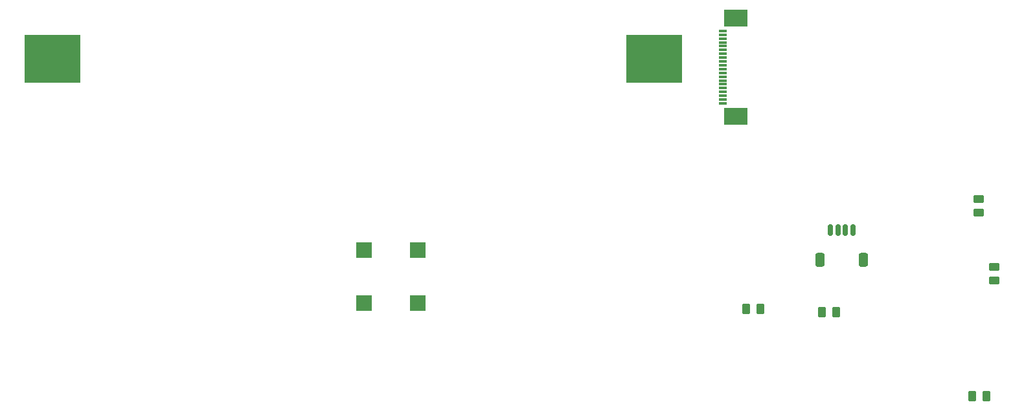
<source format=gtp>
G04 #@! TF.GenerationSoftware,KiCad,Pcbnew,(7.99.0-200-gad838e3d73)*
G04 #@! TF.CreationDate,2024-03-15T16:28:31+07:00*
G04 #@! TF.ProjectId,WMS,574d532e-6b69-4636-9164-5f7063625858,rev?*
G04 #@! TF.SameCoordinates,Original*
G04 #@! TF.FileFunction,Paste,Top*
G04 #@! TF.FilePolarity,Positive*
%FSLAX46Y46*%
G04 Gerber Fmt 4.6, Leading zero omitted, Abs format (unit mm)*
G04 Created by KiCad (PCBNEW (7.99.0-200-gad838e3d73)) date 2024-03-15 16:28:31*
%MOMM*%
%LPD*%
G01*
G04 APERTURE LIST*
G04 Aperture macros list*
%AMRoundRect*
0 Rectangle with rounded corners*
0 $1 Rounding radius*
0 $2 $3 $4 $5 $6 $7 $8 $9 X,Y pos of 4 corners*
0 Add a 4 corners polygon primitive as box body*
4,1,4,$2,$3,$4,$5,$6,$7,$8,$9,$2,$3,0*
0 Add four circle primitives for the rounded corners*
1,1,$1+$1,$2,$3*
1,1,$1+$1,$4,$5*
1,1,$1+$1,$6,$7*
1,1,$1+$1,$8,$9*
0 Add four rect primitives between the rounded corners*
20,1,$1+$1,$2,$3,$4,$5,0*
20,1,$1+$1,$4,$5,$6,$7,0*
20,1,$1+$1,$6,$7,$8,$9,0*
20,1,$1+$1,$8,$9,$2,$3,0*%
G04 Aperture macros list end*
%ADD10RoundRect,0.250000X-0.262500X-0.450000X0.262500X-0.450000X0.262500X0.450000X-0.262500X0.450000X0*%
%ADD11R,2.000000X2.000000*%
%ADD12RoundRect,0.250000X0.262500X0.450000X-0.262500X0.450000X-0.262500X-0.450000X0.262500X-0.450000X0*%
%ADD13R,7.340000X6.350000*%
%ADD14R,1.100000X0.300000*%
%ADD15R,3.100000X2.300000*%
%ADD16RoundRect,0.150000X-0.150000X-0.625000X0.150000X-0.625000X0.150000X0.625000X-0.150000X0.625000X0*%
%ADD17RoundRect,0.250000X-0.350000X-0.650000X0.350000X-0.650000X0.350000X0.650000X-0.350000X0.650000X0*%
%ADD18RoundRect,0.250000X0.450000X-0.262500X0.450000X0.262500X-0.450000X0.262500X-0.450000X-0.262500X0*%
G04 APERTURE END LIST*
D10*
X176991000Y-97891600D03*
X178816000Y-97891600D03*
D11*
X117149999Y-89743399D03*
X117149999Y-96743399D03*
X124149999Y-96743399D03*
X124149999Y-89743399D03*
D12*
X198497200Y-108864400D03*
X196672200Y-108864400D03*
D13*
X76406999Y-64744599D03*
X155066999Y-64744599D03*
D10*
X167085000Y-97485200D03*
X168910000Y-97485200D03*
D14*
X164058599Y-61046599D03*
X164058599Y-61546599D03*
X164058599Y-62046599D03*
X164058599Y-62546599D03*
X164058599Y-63046599D03*
X164058599Y-63546599D03*
X164058599Y-64046599D03*
X164058599Y-64546599D03*
X164058599Y-65046599D03*
X164058599Y-65546599D03*
X164058599Y-66046599D03*
X164058599Y-66546599D03*
X164058599Y-67046599D03*
X164058599Y-67546599D03*
X164058599Y-68046599D03*
X164058599Y-68546599D03*
X164058599Y-69046599D03*
X164058599Y-69546599D03*
X164058599Y-70046599D03*
X164058599Y-70546599D03*
D15*
X165758599Y-72216599D03*
X165758599Y-59376599D03*
D16*
X178072000Y-87184000D03*
X179072000Y-87184000D03*
X180072000Y-87184000D03*
X181072000Y-87184000D03*
D17*
X176772000Y-91059000D03*
X182372000Y-91059000D03*
D18*
X199542400Y-93773000D03*
X199542400Y-91948000D03*
X197510400Y-83036400D03*
X197510400Y-84861400D03*
M02*

</source>
